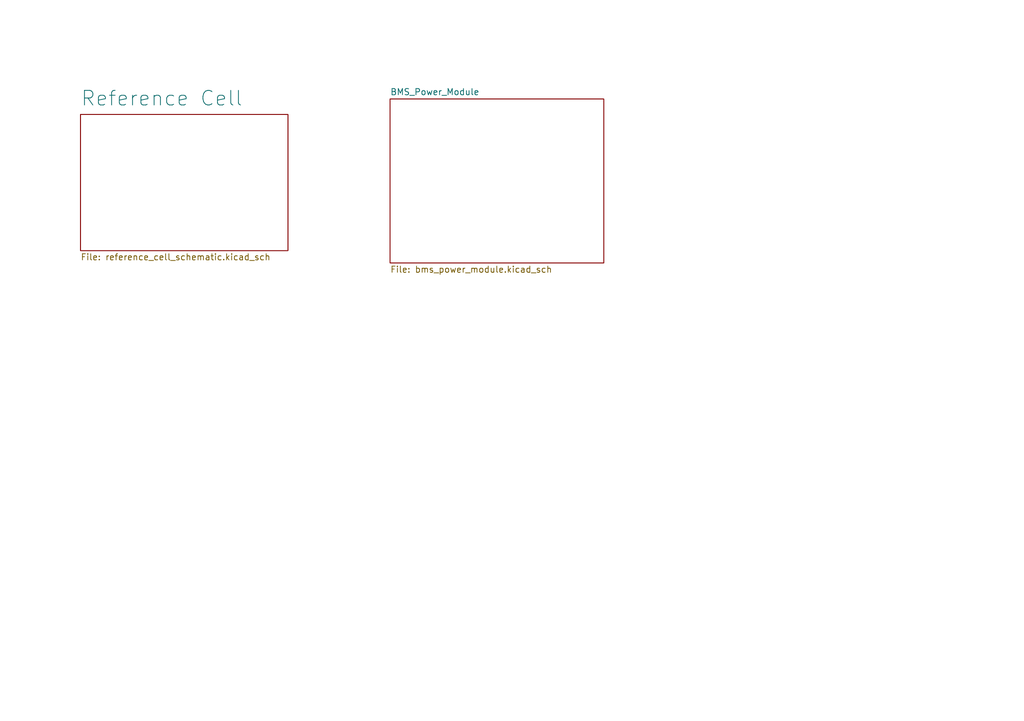
<source format=kicad_sch>
(kicad_sch
	(version 20231120)
	(generator "eeschema")
	(generator_version "8.0")
	(uuid "1700b202-8f4f-48fb-8169-decdd6437413")
	(paper "A5")
	(lib_symbols)
	(sheet
		(at 16.51 23.495)
		(size 42.545 27.94)
		(fields_autoplaced yes)
		(stroke
			(width 0.1524)
			(type solid)
		)
		(fill
			(color 0 0 0 0.0000)
		)
		(uuid "4b1e638f-6a81-4470-a624-c51bdaefbd0c")
		(property "Sheetname" "Reference Cell"
			(at 16.51 21.9184 0)
			(effects
				(font
					(size 3 3)
				)
				(justify left bottom)
			)
		)
		(property "Sheetfile" "reference_cell_schematic.kicad_sch"
			(at 16.51 52.0196 0)
			(effects
				(font
					(size 1.27 1.27)
				)
				(justify left top)
			)
		)
		(instances
			(project "refrence_cell"
				(path "/1700b202-8f4f-48fb-8169-decdd6437413"
					(page "2")
				)
			)
		)
	)
	(sheet
		(at 80.01 20.32)
		(size 43.815 33.655)
		(fields_autoplaced yes)
		(stroke
			(width 0.1524)
			(type solid)
		)
		(fill
			(color 0 0 0 0.0000)
		)
		(uuid "6f350c8f-b7cc-4068-b161-177c6dcf4e5f")
		(property "Sheetname" "BMS_Power_Module"
			(at 80.01 19.6084 0)
			(effects
				(font
					(size 1.27 1.27)
				)
				(justify left bottom)
			)
		)
		(property "Sheetfile" "bms_power_module.kicad_sch"
			(at 80.01 54.5596 0)
			(effects
				(font
					(size 1.27 1.27)
				)
				(justify left top)
			)
		)
		(instances
			(project "refrence_cell"
				(path "/1700b202-8f4f-48fb-8169-decdd6437413"
					(page "3")
				)
			)
		)
	)
	(sheet_instances
		(path "/"
			(page "1")
		)
	)
)
</source>
